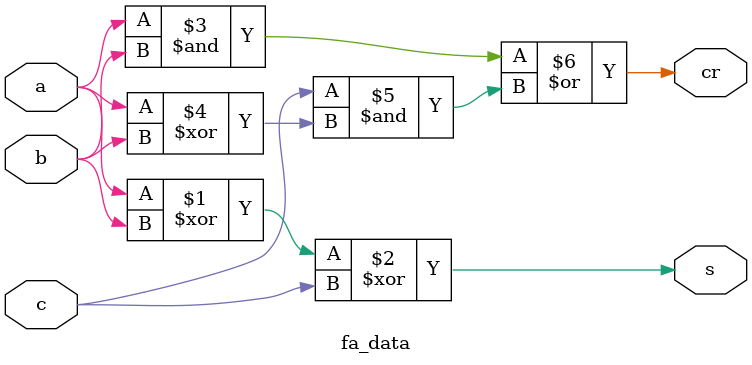
<source format=v>
module fa_data (a,b,c,s,cr);
input a,b,c;
output s,cr;
assign s=a^b^c;
assign cr=(a & b) | c & (a^b);
endmodule
</source>
